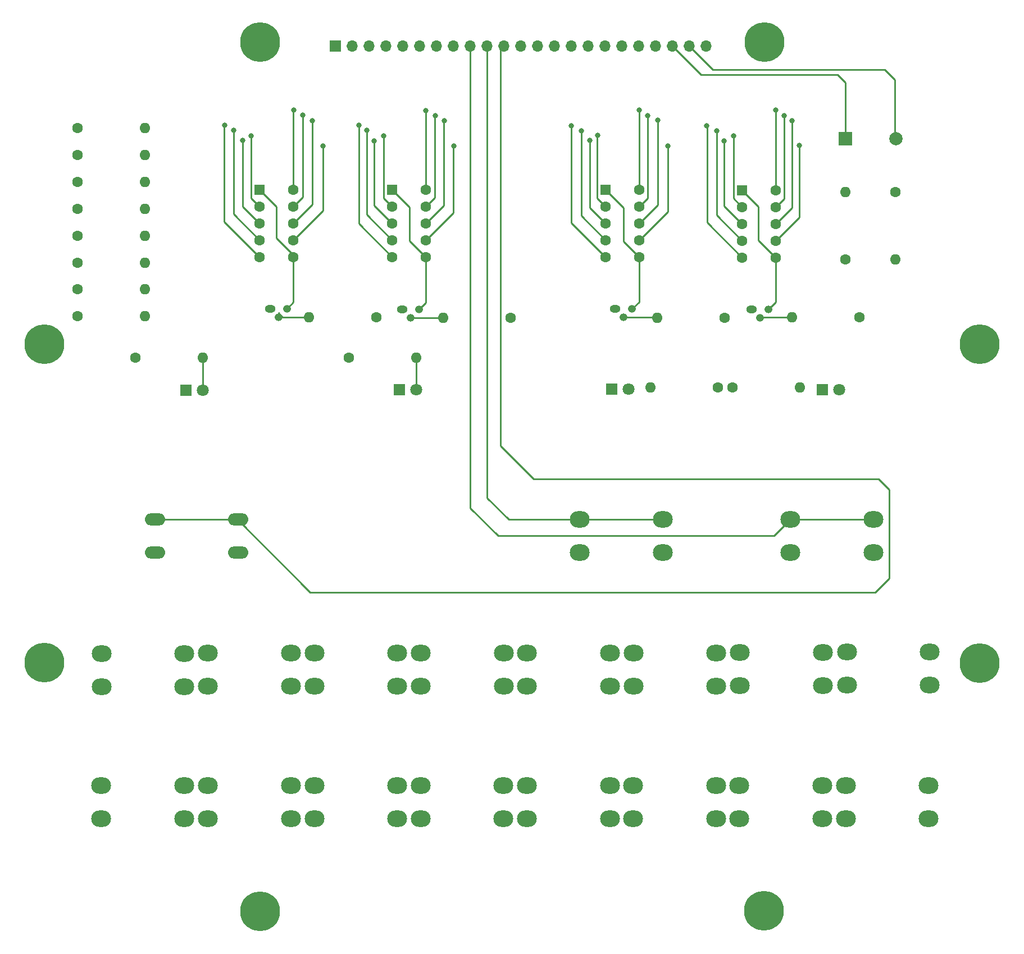
<source format=gbl>
%TF.GenerationSoftware,KiCad,Pcbnew,8.0.4*%
%TF.CreationDate,2024-08-02T14:16:06-07:00*%
%TF.ProjectId,CHESSmate PCB,43484553-536d-4617-9465-205043422e6b,rev?*%
%TF.SameCoordinates,Original*%
%TF.FileFunction,Copper,L4,Bot*%
%TF.FilePolarity,Positive*%
%FSLAX46Y46*%
G04 Gerber Fmt 4.6, Leading zero omitted, Abs format (unit mm)*
G04 Created by KiCad (PCBNEW 8.0.4) date 2024-08-02 14:16:06*
%MOMM*%
%LPD*%
G01*
G04 APERTURE LIST*
%TA.AperFunction,ComponentPad*%
%ADD10R,1.600000X1.600000*%
%TD*%
%TA.AperFunction,ComponentPad*%
%ADD11C,1.600000*%
%TD*%
%TA.AperFunction,ComponentPad*%
%ADD12O,1.600000X1.200000*%
%TD*%
%TA.AperFunction,ComponentPad*%
%ADD13O,1.200000X1.200000*%
%TD*%
%TA.AperFunction,ComponentPad*%
%ADD14O,1.600000X1.600000*%
%TD*%
%TA.AperFunction,ComponentPad*%
%ADD15O,3.000000X2.500000*%
%TD*%
%TA.AperFunction,ComponentPad*%
%ADD16R,1.800000X1.800000*%
%TD*%
%TA.AperFunction,ComponentPad*%
%ADD17C,1.800000*%
%TD*%
%TA.AperFunction,ComponentPad*%
%ADD18O,1.700000X1.700000*%
%TD*%
%TA.AperFunction,ComponentPad*%
%ADD19R,1.700000X1.700000*%
%TD*%
%TA.AperFunction,ComponentPad*%
%ADD20O,3.048000X1.850000*%
%TD*%
%TA.AperFunction,ComponentPad*%
%ADD21R,2.000000X2.000000*%
%TD*%
%TA.AperFunction,ComponentPad*%
%ADD22C,2.000000*%
%TD*%
%TA.AperFunction,ViaPad*%
%ADD23C,6.000000*%
%TD*%
%TA.AperFunction,ViaPad*%
%ADD24C,0.800000*%
%TD*%
%TA.AperFunction,Conductor*%
%ADD25C,0.250000*%
%TD*%
G04 APERTURE END LIST*
D10*
%TO.P,U1,1,CA*%
%TO.N,Net-(Q1-C)*%
X78220000Y-51340000D03*
D11*
%TO.P,U1,2,F*%
%TO.N,Net-(U1-F)*%
X78220000Y-53880000D03*
%TO.P,U1,3,G*%
%TO.N,Net-(U1-G)*%
X78220000Y-56420000D03*
%TO.P,U1,4,E*%
%TO.N,Net-(U1-E)*%
X78220000Y-58960000D03*
%TO.P,U1,5,D*%
%TO.N,Net-(U1-D)*%
X78220000Y-61500000D03*
%TO.P,U1,6,CA*%
%TO.N,Net-(Q1-C)*%
X83300000Y-61500000D03*
%TO.P,U1,7,DP*%
%TO.N,Net-(U1-DP)*%
X83300000Y-58960000D03*
%TO.P,U1,8,C*%
%TO.N,Net-(U1-C)*%
X83300000Y-56420000D03*
%TO.P,U1,9,B*%
%TO.N,Net-(U1-B)*%
X83300000Y-53880000D03*
%TO.P,U1,10,A*%
%TO.N,Net-(U1-A)*%
X83300000Y-51340000D03*
%TD*%
D12*
%TO.P,Q4,1,E*%
%TO.N,GNDREF*%
X152404724Y-69364724D03*
D13*
%TO.P,Q4,2,B*%
%TO.N,Net-(Q4-B)*%
X153674724Y-70634724D03*
%TO.P,Q4,3,C*%
%TO.N,Net-(Q4-C)*%
X154944724Y-69364724D03*
%TD*%
D12*
%TO.P,Q3,1,E*%
%TO.N,GNDREF*%
X131820000Y-69340000D03*
D13*
%TO.P,Q3,2,B*%
%TO.N,Net-(Q3-B)*%
X133090000Y-70610000D03*
%TO.P,Q3,3,C*%
%TO.N,Net-(Q3-C)*%
X134360000Y-69340000D03*
%TD*%
D12*
%TO.P,Q2,1,E*%
%TO.N,GNDREF*%
X99730000Y-69360000D03*
D13*
%TO.P,Q2,2,B*%
%TO.N,Net-(Q2-B)*%
X101000000Y-70630000D03*
%TO.P,Q2,3,C*%
%TO.N,Net-(Q2-C)*%
X102270000Y-69360000D03*
%TD*%
D12*
%TO.P,Q1,1,E*%
%TO.N,GNDREF*%
X79804724Y-69284724D03*
D13*
%TO.P,Q1,2,B*%
%TO.N,Net-(Q1-B)*%
X81074724Y-70554724D03*
%TO.P,Q1,3,C*%
%TO.N,Net-(Q1-C)*%
X82344724Y-69284724D03*
%TD*%
D11*
%TO.P,R1,1*%
%TO.N,Net-(J1-Pin_13)*%
X59480000Y-76690000D03*
D14*
%TO.P,R1,2*%
%TO.N,Net-(D1-A)*%
X69640000Y-76690000D03*
%TD*%
D11*
%TO.P,R13,1*%
%TO.N,Net-(J1-Pin_17)*%
X95850000Y-70560000D03*
D14*
%TO.P,R13,2*%
%TO.N,Net-(Q1-B)*%
X85690000Y-70560000D03*
%TD*%
D10*
%TO.P,U2,1,CA*%
%TO.N,Net-(Q2-C)*%
X98210000Y-51350000D03*
D11*
%TO.P,U2,2,F*%
%TO.N,Net-(U1-F)*%
X98210000Y-53890000D03*
%TO.P,U2,3,G*%
%TO.N,Net-(U1-G)*%
X98210000Y-56430000D03*
%TO.P,U2,4,E*%
%TO.N,Net-(U1-E)*%
X98210000Y-58970000D03*
%TO.P,U2,5,D*%
%TO.N,Net-(U1-D)*%
X98210000Y-61510000D03*
%TO.P,U2,6,CA*%
%TO.N,Net-(Q2-C)*%
X103290000Y-61510000D03*
%TO.P,U2,7,DP*%
%TO.N,Net-(U1-DP)*%
X103290000Y-58970000D03*
%TO.P,U2,8,C*%
%TO.N,Net-(U1-C)*%
X103290000Y-56430000D03*
%TO.P,U2,9,B*%
%TO.N,Net-(U1-B)*%
X103290000Y-53890000D03*
%TO.P,U2,10,A*%
%TO.N,Net-(U1-A)*%
X103290000Y-51350000D03*
%TD*%
%TO.P,R4,1*%
%TO.N,Net-(J1-Pin_23)*%
X149480000Y-81170000D03*
D14*
%TO.P,R4,2*%
%TO.N,Net-(D4-A)*%
X159640000Y-81170000D03*
%TD*%
D11*
%TO.P,R11,1*%
%TO.N,Net-(J1-Pin_2)*%
X50780000Y-66370000D03*
D14*
%TO.P,R11,2*%
%TO.N,Net-(U1-G)*%
X60940000Y-66370000D03*
%TD*%
D15*
%TO.P,SW8,1*%
%TO.N,Net-(J1-Pin_8)*%
X166740000Y-121060000D03*
X179240000Y-121060000D03*
%TO.P,SW8,2*%
%TO.N,GNDREF*%
X166740000Y-126060000D03*
X179240000Y-126060000D03*
%TD*%
D11*
%TO.P,R18,1*%
%TO.N,Net-(BZ1-+)*%
X174060000Y-51720000D03*
D14*
%TO.P,R18,2*%
%TO.N,Net-(J1-Pin_16)*%
X174060000Y-61880000D03*
%TD*%
D16*
%TO.P,D3,1,K*%
%TO.N,GNDREF*%
X131260000Y-81440000D03*
D17*
%TO.P,D3,2,A*%
%TO.N,Net-(D3-A)*%
X133800000Y-81440000D03*
%TD*%
D11*
%TO.P,R5,1*%
%TO.N,Net-(J1-Pin_8)*%
X50780000Y-42070000D03*
D14*
%TO.P,R5,2*%
%TO.N,Net-(U1-A)*%
X60940000Y-42070000D03*
%TD*%
D11*
%TO.P,R10,1*%
%TO.N,Net-(J1-Pin_3)*%
X50780000Y-62320000D03*
D14*
%TO.P,R10,2*%
%TO.N,Net-(U1-F)*%
X60940000Y-62320000D03*
%TD*%
D11*
%TO.P,R12,1*%
%TO.N,Net-(J1-Pin_1)*%
X50780000Y-70420000D03*
D14*
%TO.P,R12,2*%
%TO.N,Net-(U1-DP)*%
X60940000Y-70420000D03*
%TD*%
D11*
%TO.P,R9,1*%
%TO.N,Net-(J1-Pin_4)*%
X50780000Y-58270000D03*
D14*
%TO.P,R9,2*%
%TO.N,Net-(U1-E)*%
X60940000Y-58270000D03*
%TD*%
D15*
%TO.P,SW3,1*%
%TO.N,Net-(J1-Pin_3)*%
X86480000Y-121240000D03*
X98980000Y-121240000D03*
%TO.P,SW3,2*%
%TO.N,GNDREF*%
X86480000Y-126240000D03*
X98980000Y-126240000D03*
%TD*%
D11*
%TO.P,R3,1*%
%TO.N,Net-(J1-Pin_15)*%
X147290000Y-81160000D03*
D14*
%TO.P,R3,2*%
%TO.N,Net-(D3-A)*%
X137130000Y-81160000D03*
%TD*%
D11*
%TO.P,R2,1*%
%TO.N,Net-(J1-Pin_14)*%
X91630000Y-76670000D03*
D14*
%TO.P,R2,2*%
%TO.N,Net-(D2-A)*%
X101790000Y-76670000D03*
%TD*%
D15*
%TO.P,SW2,1*%
%TO.N,Net-(J1-Pin_2)*%
X70440000Y-121240000D03*
X82940000Y-121240000D03*
%TO.P,SW2,2*%
%TO.N,GNDREF*%
X70440000Y-126240000D03*
X82940000Y-126240000D03*
%TD*%
D16*
%TO.P,D2,1,K*%
%TO.N,GNDREF*%
X99290000Y-81500000D03*
D17*
%TO.P,D2,2,A*%
%TO.N,Net-(D2-A)*%
X101830000Y-81500000D03*
%TD*%
D18*
%TO.P,J1,23,Pin_23*%
%TO.N,Net-(J1-Pin_23)*%
X145542000Y-29718000D03*
%TO.P,J1,22,Pin_22*%
%TO.N,Net-(BZ1-+)*%
X143002000Y-29718000D03*
%TO.P,J1,21,Pin_21*%
%TO.N,Net-(BZ1--)*%
X140462000Y-29718000D03*
%TO.P,J1,20,Pin_20*%
%TO.N,Net-(J1-Pin_20)*%
X137922000Y-29718000D03*
%TO.P,J1,19,Pin_19*%
%TO.N,Net-(J1-Pin_19)*%
X135382000Y-29718000D03*
%TO.P,J1,18,Pin_18*%
%TO.N,Net-(J1-Pin_18)*%
X132842000Y-29718000D03*
%TO.P,J1,17,Pin_17*%
%TO.N,Net-(J1-Pin_17)*%
X130302000Y-29718000D03*
%TO.P,J1,16,Pin_16*%
%TO.N,Net-(J1-Pin_16)*%
X127762000Y-29718000D03*
%TO.P,J1,15,Pin_15*%
%TO.N,Net-(J1-Pin_15)*%
X125222000Y-29718000D03*
%TO.P,J1,14,Pin_14*%
%TO.N,Net-(J1-Pin_14)*%
X122682000Y-29718000D03*
%TO.P,J1,13,Pin_13*%
%TO.N,Net-(J1-Pin_13)*%
X120142000Y-29718000D03*
%TO.P,J1,12,Pin_12*%
%TO.N,GNDREF*%
X117602000Y-29718000D03*
%TO.P,J1,11,Pin_11*%
%TO.N,Net-(J1-Pin_11)*%
X115062000Y-29718000D03*
%TO.P,J1,10,Pin_10*%
%TO.N,Net-(J1-Pin_10)*%
X112522000Y-29718000D03*
%TO.P,J1,9,Pin_9*%
%TO.N,Net-(J1-Pin_9)*%
X109982000Y-29718000D03*
%TO.P,J1,8,Pin_8*%
%TO.N,Net-(J1-Pin_8)*%
X107442000Y-29718000D03*
%TO.P,J1,7,Pin_7*%
%TO.N,Net-(J1-Pin_7)*%
X104902000Y-29718000D03*
%TO.P,J1,6,Pin_6*%
%TO.N,Net-(J1-Pin_6)*%
X102362000Y-29718000D03*
%TO.P,J1,5,Pin_5*%
%TO.N,Net-(J1-Pin_5)*%
X99822000Y-29718000D03*
%TO.P,J1,4,Pin_4*%
%TO.N,Net-(J1-Pin_4)*%
X97282000Y-29718000D03*
%TO.P,J1,3,Pin_3*%
%TO.N,Net-(J1-Pin_3)*%
X94742000Y-29718000D03*
%TO.P,J1,2,Pin_2*%
%TO.N,Net-(J1-Pin_2)*%
X92202000Y-29718000D03*
D19*
%TO.P,J1,1,Pin_1*%
%TO.N,Net-(J1-Pin_1)*%
X89662000Y-29718000D03*
%TD*%
D11*
%TO.P,R15,1*%
%TO.N,Net-(J1-Pin_19)*%
X148310000Y-70630000D03*
D14*
%TO.P,R15,2*%
%TO.N,Net-(Q3-B)*%
X138150000Y-70630000D03*
%TD*%
D15*
%TO.P,SW18,1*%
%TO.N,Net-(J1-Pin_10)*%
X126470000Y-101080000D03*
X138970000Y-101080000D03*
%TO.P,SW18,2*%
%TO.N,GNDREF*%
X126470000Y-106080000D03*
X138970000Y-106080000D03*
%TD*%
D20*
%TO.P,SW17,1*%
%TO.N,Net-(J1-Pin_11)*%
X62470000Y-101070000D03*
X74970000Y-101070000D03*
%TO.P,SW17,2*%
%TO.N,GNDREF*%
X62470000Y-106070000D03*
X74970000Y-106070000D03*
%TD*%
D15*
%TO.P,SW19,1*%
%TO.N,Net-(J1-Pin_9)*%
X158220000Y-101060000D03*
X170720000Y-101060000D03*
%TO.P,SW19,2*%
%TO.N,GNDREF*%
X158220000Y-106060000D03*
X170720000Y-106060000D03*
%TD*%
D16*
%TO.P,D1,1,K*%
%TO.N,GNDREF*%
X67100000Y-81540000D03*
D17*
%TO.P,D1,2,A*%
%TO.N,Net-(D1-A)*%
X69640000Y-81540000D03*
%TD*%
D11*
%TO.P,R14,1*%
%TO.N,Net-(J1-Pin_18)*%
X116060000Y-70640000D03*
D14*
%TO.P,R14,2*%
%TO.N,Net-(Q2-B)*%
X105900000Y-70640000D03*
%TD*%
D11*
%TO.P,R8,1*%
%TO.N,Net-(J1-Pin_5)*%
X50780000Y-54220000D03*
D14*
%TO.P,R8,2*%
%TO.N,Net-(U1-D)*%
X60940000Y-54220000D03*
%TD*%
D15*
%TO.P,SW6,1*%
%TO.N,Net-(J1-Pin_6)*%
X134550000Y-121200000D03*
X147050000Y-121200000D03*
%TO.P,SW6,2*%
%TO.N,GNDREF*%
X134550000Y-126200000D03*
X147050000Y-126200000D03*
%TD*%
D10*
%TO.P,U4,1,CA*%
%TO.N,Net-(Q4-C)*%
X150952500Y-51402500D03*
D11*
%TO.P,U4,2,F*%
%TO.N,Net-(U1-F)*%
X150952500Y-53942500D03*
%TO.P,U4,3,G*%
%TO.N,Net-(U1-G)*%
X150952500Y-56482500D03*
%TO.P,U4,4,E*%
%TO.N,Net-(U1-E)*%
X150952500Y-59022500D03*
%TO.P,U4,5,D*%
%TO.N,Net-(U1-D)*%
X150952500Y-61562500D03*
%TO.P,U4,6,CA*%
%TO.N,Net-(Q4-C)*%
X156032500Y-61562500D03*
%TO.P,U4,7,DP*%
%TO.N,Net-(U1-DP)*%
X156032500Y-59022500D03*
%TO.P,U4,8,C*%
%TO.N,Net-(U1-C)*%
X156032500Y-56482500D03*
%TO.P,U4,9,B*%
%TO.N,Net-(U1-B)*%
X156032500Y-53942500D03*
%TO.P,U4,10,A*%
%TO.N,Net-(U1-A)*%
X156032500Y-51402500D03*
%TD*%
%TO.P,R7,1*%
%TO.N,Net-(J1-Pin_6)*%
X50780000Y-50170000D03*
D14*
%TO.P,R7,2*%
%TO.N,Net-(U1-C)*%
X60940000Y-50170000D03*
%TD*%
D15*
%TO.P,SW9,1*%
%TO.N,Net-(J1-Pin_1)*%
X54340000Y-141190000D03*
X66840000Y-141190000D03*
%TO.P,SW9,2*%
%TO.N,GNDREF*%
X54340000Y-146190000D03*
X66840000Y-146190000D03*
%TD*%
%TO.P,SW12,1*%
%TO.N,Net-(J1-Pin_4)*%
X102470000Y-141170000D03*
X114970000Y-141170000D03*
%TO.P,SW12,2*%
%TO.N,GNDREF*%
X102470000Y-146170000D03*
X114970000Y-146170000D03*
%TD*%
D16*
%TO.P,D4,1,K*%
%TO.N,GNDREF*%
X163040000Y-81520000D03*
D17*
%TO.P,D4,2,A*%
%TO.N,Net-(D4-A)*%
X165580000Y-81520000D03*
%TD*%
D11*
%TO.P,R6,1*%
%TO.N,Net-(J1-Pin_7)*%
X50780000Y-46120000D03*
D14*
%TO.P,R6,2*%
%TO.N,Net-(U1-B)*%
X60940000Y-46120000D03*
%TD*%
D15*
%TO.P,SW13,1*%
%TO.N,Net-(J1-Pin_5)*%
X118510000Y-141180000D03*
X131010000Y-141180000D03*
%TO.P,SW13,2*%
%TO.N,GNDREF*%
X118510000Y-146180000D03*
X131010000Y-146180000D03*
%TD*%
%TO.P,SW14,1*%
%TO.N,Net-(J1-Pin_6)*%
X134520000Y-141180000D03*
X147020000Y-141180000D03*
%TO.P,SW14,2*%
%TO.N,GNDREF*%
X134520000Y-146180000D03*
X147020000Y-146180000D03*
%TD*%
%TO.P,SW16,1*%
%TO.N,Net-(J1-Pin_8)*%
X166560000Y-141190000D03*
X179060000Y-141190000D03*
%TO.P,SW16,2*%
%TO.N,GNDREF*%
X166560000Y-146190000D03*
X179060000Y-146190000D03*
%TD*%
D11*
%TO.P,R16,1*%
%TO.N,Net-(J1-Pin_20)*%
X168656000Y-70612000D03*
D14*
%TO.P,R16,2*%
%TO.N,Net-(Q4-B)*%
X158496000Y-70612000D03*
%TD*%
D15*
%TO.P,SW4,1*%
%TO.N,Net-(J1-Pin_4)*%
X102500000Y-121220000D03*
X115000000Y-121220000D03*
%TO.P,SW4,2*%
%TO.N,GNDREF*%
X102500000Y-126220000D03*
X115000000Y-126220000D03*
%TD*%
D21*
%TO.P,BZ1,1,-*%
%TO.N,Net-(BZ1--)*%
X166510000Y-43670000D03*
D22*
%TO.P,BZ1,2,+*%
%TO.N,Net-(BZ1-+)*%
X174110000Y-43670000D03*
%TD*%
D15*
%TO.P,SW1,1*%
%TO.N,Net-(J1-Pin_1)*%
X54380000Y-121270000D03*
X66880000Y-121270000D03*
%TO.P,SW1,2*%
%TO.N,GNDREF*%
X54380000Y-126270000D03*
X66880000Y-126270000D03*
%TD*%
%TO.P,SW5,1*%
%TO.N,Net-(J1-Pin_5)*%
X118510000Y-121220000D03*
X131010000Y-121220000D03*
%TO.P,SW5,2*%
%TO.N,GNDREF*%
X118510000Y-126220000D03*
X131010000Y-126220000D03*
%TD*%
D11*
%TO.P,R17,1*%
%TO.N,Net-(J1-Pin_16)*%
X166470000Y-61860000D03*
D14*
%TO.P,R17,2*%
%TO.N,Net-(BZ1--)*%
X166470000Y-51700000D03*
%TD*%
D15*
%TO.P,SW11,1*%
%TO.N,Net-(J1-Pin_3)*%
X86470000Y-141210000D03*
X98970000Y-141210000D03*
%TO.P,SW11,2*%
%TO.N,GNDREF*%
X86470000Y-146210000D03*
X98970000Y-146210000D03*
%TD*%
D10*
%TO.P,U3,1,CA*%
%TO.N,Net-(Q3-C)*%
X130370000Y-51340000D03*
D11*
%TO.P,U3,2,F*%
%TO.N,Net-(U1-F)*%
X130370000Y-53880000D03*
%TO.P,U3,3,G*%
%TO.N,Net-(U1-G)*%
X130370000Y-56420000D03*
%TO.P,U3,4,E*%
%TO.N,Net-(U1-E)*%
X130370000Y-58960000D03*
%TO.P,U3,5,D*%
%TO.N,Net-(U1-D)*%
X130370000Y-61500000D03*
%TO.P,U3,6,CA*%
%TO.N,Net-(Q3-C)*%
X135450000Y-61500000D03*
%TO.P,U3,7,DP*%
%TO.N,Net-(U1-DP)*%
X135450000Y-58960000D03*
%TO.P,U3,8,C*%
%TO.N,Net-(U1-C)*%
X135450000Y-56420000D03*
%TO.P,U3,9,B*%
%TO.N,Net-(U1-B)*%
X135450000Y-53880000D03*
%TO.P,U3,10,A*%
%TO.N,Net-(U1-A)*%
X135450000Y-51340000D03*
%TD*%
D15*
%TO.P,SW7,1*%
%TO.N,Net-(J1-Pin_7)*%
X150620000Y-121150000D03*
X163120000Y-121150000D03*
%TO.P,SW7,2*%
%TO.N,GNDREF*%
X150620000Y-126150000D03*
X163120000Y-126150000D03*
%TD*%
%TO.P,SW15,1*%
%TO.N,Net-(J1-Pin_7)*%
X150520000Y-141180000D03*
X163020000Y-141180000D03*
%TO.P,SW15,2*%
%TO.N,GNDREF*%
X150520000Y-146180000D03*
X163020000Y-146180000D03*
%TD*%
%TO.P,SW10,1*%
%TO.N,Net-(J1-Pin_2)*%
X70430000Y-141200000D03*
X82930000Y-141200000D03*
%TO.P,SW10,2*%
%TO.N,GNDREF*%
X70430000Y-146200000D03*
X82930000Y-146200000D03*
%TD*%
D23*
%TO.N,*%
X186770000Y-74630000D03*
X45760000Y-122630000D03*
X78310000Y-29130000D03*
X186720000Y-122690000D03*
X154280000Y-29110000D03*
X154260000Y-160100000D03*
X78300000Y-160160000D03*
X45790000Y-74630000D03*
D24*
%TO.N,Net-(U1-A)*%
X135450000Y-39370000D03*
X156020000Y-39370000D03*
X83330000Y-39360000D03*
X103300000Y-39390000D03*
%TO.N,Net-(U1-B)*%
X157260000Y-40160000D03*
X136730000Y-40140000D03*
X104660000Y-40150000D03*
X84720000Y-40130000D03*
%TO.N,Net-(U1-C)*%
X158450000Y-40910000D03*
X138210000Y-40890000D03*
X106020000Y-40920000D03*
X86170000Y-40900000D03*
%TO.N,Net-(U1-D)*%
X145630000Y-41690000D03*
X93170000Y-41660000D03*
X125220000Y-41670000D03*
X72910000Y-41630000D03*
%TO.N,Net-(U1-E)*%
X126700000Y-42450000D03*
X94370000Y-42410000D03*
X147140000Y-42450000D03*
X74300000Y-42420000D03*
%TO.N,Net-(U1-F)*%
X129130000Y-43180000D03*
X96940000Y-43200000D03*
X149650000Y-43200000D03*
X76970000Y-43190000D03*
%TO.N,Net-(U1-G)*%
X148250000Y-43970000D03*
X95490000Y-43960000D03*
X127960000Y-43940000D03*
X75670000Y-43940000D03*
%TO.N,Net-(U1-DP)*%
X107470000Y-44710000D03*
X159600000Y-44690000D03*
X139730000Y-44720000D03*
X87760000Y-44730000D03*
%TD*%
D25*
%TO.N,Net-(Q2-B)*%
X105890000Y-70630000D02*
X105900000Y-70640000D01*
X101000000Y-70630000D02*
X105890000Y-70630000D01*
%TO.N,Net-(Q3-B)*%
X133090000Y-70610000D02*
X138130000Y-70610000D01*
X138130000Y-70610000D02*
X138150000Y-70630000D01*
%TO.N,Net-(Q1-B)*%
X85670000Y-70540000D02*
X85690000Y-70560000D01*
X81700000Y-70540000D02*
X85670000Y-70540000D01*
X81074724Y-69914724D02*
X81700000Y-70540000D01*
%TO.N,Net-(Q1-C)*%
X80772000Y-53892000D02*
X80772000Y-58674000D01*
X80772000Y-58674000D02*
X83300000Y-61202000D01*
X83300000Y-68329448D02*
X83300000Y-61500000D01*
X78220000Y-51340000D02*
X80772000Y-53892000D01*
X83300000Y-61202000D02*
X83300000Y-61500000D01*
X82344724Y-69284724D02*
X83300000Y-68329448D01*
%TO.N,Net-(Q2-C)*%
X102270000Y-69360000D02*
X103290000Y-68340000D01*
X100838000Y-53978000D02*
X100838000Y-59058000D01*
X98210000Y-51350000D02*
X100838000Y-53978000D01*
X103290000Y-68340000D02*
X103290000Y-61510000D01*
X100838000Y-59058000D02*
X103290000Y-61510000D01*
%TO.N,Net-(Q3-C)*%
X134360000Y-69340000D02*
X135450000Y-68250000D01*
X130370000Y-51340000D02*
X133096000Y-54066000D01*
X135450000Y-68250000D02*
X135450000Y-61500000D01*
X133096000Y-54066000D02*
X133096000Y-59146000D01*
X133096000Y-59146000D02*
X135450000Y-61500000D01*
%TO.N,Net-(Q4-B)*%
X154070000Y-70630000D02*
X154088000Y-70612000D01*
X153674724Y-70234724D02*
X154070000Y-70630000D01*
X154088000Y-70612000D02*
X158496000Y-70612000D01*
%TO.N,Net-(Q4-C)*%
X156032500Y-68276948D02*
X156032500Y-61562500D01*
X153416000Y-58946000D02*
X156032500Y-61562500D01*
X153416000Y-53866000D02*
X153416000Y-58946000D01*
X154944724Y-69364724D02*
X156032500Y-68276948D01*
X150952500Y-51402500D02*
X153416000Y-53866000D01*
%TO.N,Net-(D1-A)*%
X69640000Y-76690000D02*
X69640000Y-81540000D01*
%TO.N,Net-(D2-A)*%
X101830000Y-76710000D02*
X101830000Y-81500000D01*
X101790000Y-76670000D02*
X101830000Y-76710000D01*
%TO.N,Net-(U1-A)*%
X83300000Y-51340000D02*
X83300000Y-39380000D01*
X135450000Y-51340000D02*
X135450000Y-39370000D01*
X103290000Y-51350000D02*
X103270000Y-39320000D01*
X156032500Y-51402500D02*
X156032500Y-39357500D01*
%TO.N,Net-(U1-B)*%
X104640000Y-52540000D02*
X104640000Y-40150000D01*
X156032500Y-53942500D02*
X157270000Y-52705000D01*
X103290000Y-53890000D02*
X104640000Y-52540000D01*
X84700000Y-52480000D02*
X84700000Y-40160000D01*
X83300000Y-53880000D02*
X84700000Y-52480000D01*
X136730000Y-52600000D02*
X136730000Y-40140000D01*
X157270000Y-40170000D02*
X157260000Y-40160000D01*
X135450000Y-53880000D02*
X136730000Y-52600000D01*
X157270000Y-52705000D02*
X157270000Y-40170000D01*
%TO.N,Net-(U1-C)*%
X135450000Y-56420000D02*
X138190000Y-53680000D01*
X106010000Y-53710000D02*
X106010000Y-40930000D01*
X103290000Y-56430000D02*
X106010000Y-53710000D01*
X83300000Y-56420000D02*
X86150000Y-53570000D01*
X156032500Y-56482500D02*
X158460000Y-54055000D01*
X86150000Y-53570000D02*
X86150000Y-40870000D01*
X158460000Y-54055000D02*
X158460000Y-40920000D01*
X138190000Y-53680000D02*
X138190000Y-40930000D01*
%TO.N,Net-(U1-D)*%
X145650000Y-41710000D02*
X145630000Y-41690000D01*
X72900000Y-56180000D02*
X72900000Y-41640000D01*
X150952500Y-61562500D02*
X145650000Y-56260000D01*
X93150000Y-56450000D02*
X93150000Y-41610000D01*
X78220000Y-61500000D02*
X72900000Y-56180000D01*
X72900000Y-41640000D02*
X72910000Y-41630000D01*
X145650000Y-56260000D02*
X145650000Y-41710000D01*
X125230000Y-41680000D02*
X125220000Y-41670000D01*
X130370000Y-61500000D02*
X125230000Y-56360000D01*
X98210000Y-61510000D02*
X93150000Y-56450000D01*
X125230000Y-56360000D02*
X125230000Y-41680000D01*
%TO.N,Net-(U1-E)*%
X126700000Y-55290000D02*
X126700000Y-42450000D01*
X78220000Y-58960000D02*
X74290000Y-55030000D01*
X130370000Y-58960000D02*
X126700000Y-55290000D01*
X94350000Y-42420000D02*
X94360000Y-42410000D01*
X94350000Y-55110000D02*
X94350000Y-42700000D01*
X147120000Y-55190000D02*
X150952500Y-59022500D01*
X94350000Y-42700000D02*
X94350000Y-42420000D01*
X147120000Y-42520000D02*
X147120000Y-55190000D01*
X98210000Y-58970000D02*
X94350000Y-55110000D01*
X74290000Y-55030000D02*
X74290000Y-42410000D01*
%TO.N,Net-(U1-F)*%
X150952500Y-53942500D02*
X149650000Y-52640000D01*
X96950000Y-52630000D02*
X96940000Y-43200000D01*
X98210000Y-53890000D02*
X96950000Y-52630000D01*
X130370000Y-53880000D02*
X129120000Y-52630000D01*
X129120000Y-52630000D02*
X129120000Y-43100000D01*
X76940000Y-52600000D02*
X76940000Y-43100000D01*
X78220000Y-53880000D02*
X76940000Y-52600000D01*
X149650000Y-52640000D02*
X149650000Y-43200000D01*
%TO.N,Net-(U1-G)*%
X98210000Y-56430000D02*
X95480000Y-53700000D01*
X150952500Y-56482500D02*
X148240000Y-53770000D01*
X148240000Y-53770000D02*
X148240000Y-43980000D01*
X148240000Y-43980000D02*
X148250000Y-43970000D01*
X95480000Y-53700000D02*
X95480000Y-43970000D01*
X127980000Y-54030000D02*
X127980000Y-43820000D01*
X75660000Y-53860000D02*
X75660000Y-43880000D01*
X130370000Y-56420000D02*
X127980000Y-54030000D01*
X78220000Y-56420000D02*
X75660000Y-53860000D01*
X95480000Y-43970000D02*
X95490000Y-43960000D01*
%TO.N,Net-(U1-DP)*%
X159590000Y-55465000D02*
X159590000Y-44710000D01*
X87740000Y-44750000D02*
X87760000Y-44730000D01*
X107450000Y-54810000D02*
X107450000Y-44700000D01*
X103290000Y-58970000D02*
X107450000Y-54810000D01*
X156032500Y-59022500D02*
X159590000Y-55465000D01*
X139720000Y-54690000D02*
X139720000Y-44730000D01*
X87740000Y-54520000D02*
X87740000Y-44750000D01*
X139720000Y-44730000D02*
X139730000Y-44720000D01*
X135450000Y-58960000D02*
X139720000Y-54690000D01*
X83300000Y-58960000D02*
X87740000Y-54520000D01*
%TO.N,Net-(BZ1--)*%
X165354000Y-34036000D02*
X166510000Y-35192000D01*
X144780000Y-34036000D02*
X165354000Y-34036000D01*
X140462000Y-29718000D02*
X144780000Y-34036000D01*
X166510000Y-35192000D02*
X166510000Y-43670000D01*
%TO.N,Net-(BZ1-+)*%
X143002000Y-29718000D02*
X146558000Y-33274000D01*
X174110000Y-43046000D02*
X174110000Y-43670000D01*
X172466000Y-33274000D02*
X173990000Y-34798000D01*
X173990000Y-42926000D02*
X174110000Y-43046000D01*
X173990000Y-34798000D02*
X173990000Y-42926000D01*
X146558000Y-33274000D02*
X172466000Y-33274000D01*
%TO.N,Net-(J1-Pin_9)*%
X158220000Y-101060000D02*
X170720000Y-101060000D01*
X109982000Y-29718000D02*
X109982000Y-99332000D01*
X109982000Y-99332000D02*
X114190000Y-103540000D01*
X114190000Y-103540000D02*
X155740000Y-103540000D01*
X155740000Y-103540000D02*
X158220000Y-101060000D01*
%TO.N,Net-(J1-Pin_10)*%
X126470000Y-101080000D02*
X115780000Y-101080000D01*
X112522000Y-97822000D02*
X112522000Y-29718000D01*
X126470000Y-101080000D02*
X138970000Y-101080000D01*
X115780000Y-101080000D02*
X112522000Y-97822000D01*
%TO.N,Net-(J1-Pin_11)*%
X74970000Y-101160000D02*
X74970000Y-101070000D01*
X173110000Y-109940000D02*
X171020000Y-112030000D01*
X85840000Y-112030000D02*
X74970000Y-101160000D01*
X171520000Y-94970000D02*
X173110000Y-96560000D01*
X171020000Y-112030000D02*
X85840000Y-112030000D01*
X173110000Y-96560000D02*
X173110000Y-109940000D01*
X62470000Y-101070000D02*
X74970000Y-101070000D01*
X115062000Y-29718000D02*
X114554000Y-30226000D01*
X114554000Y-89974000D02*
X119550000Y-94970000D01*
X114554000Y-30226000D02*
X114554000Y-89974000D01*
X119550000Y-94970000D02*
X171520000Y-94970000D01*
%TD*%
M02*

</source>
